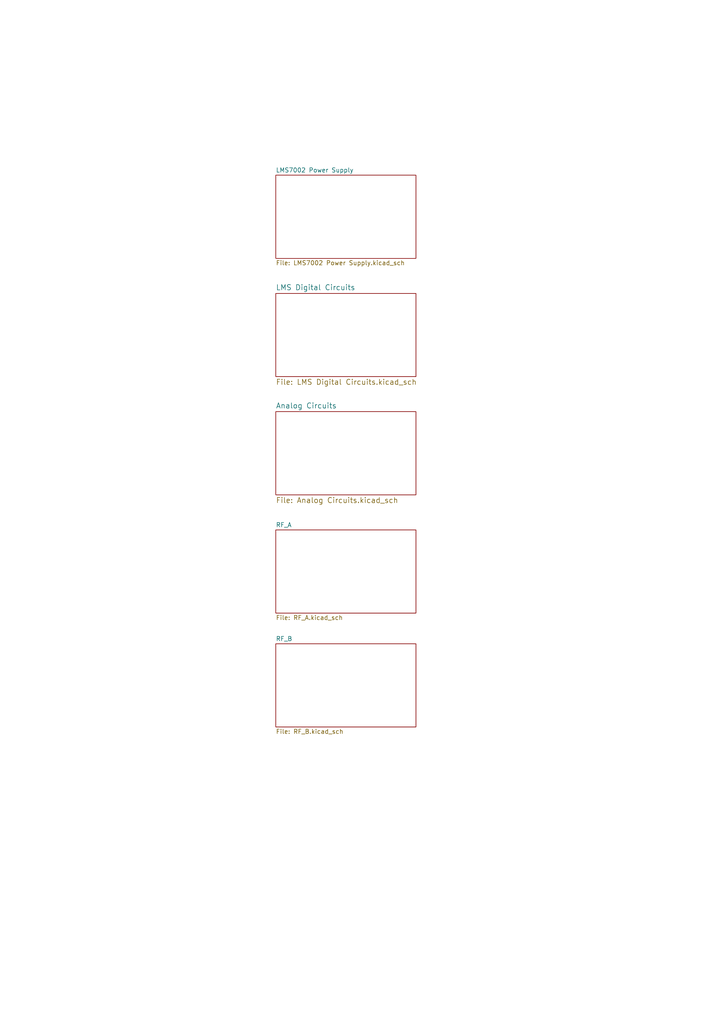
<source format=kicad_sch>
(kicad_sch (version 20211123) (generator eeschema)

  (uuid ecd02494-8fe4-4c63-b393-1186a2747c70)

  (paper "A4" portrait)

  (title_block
    (title "uMyriadRF7002")
    (date "19 nov 2015")
    (rev "v2")
    (comment 1 "WORK IS COVERED UNDER A CREATIVE COMMONS LICENSE (CC BY 3.0)")
  )

  (lib_symbols
  )


  (sheet (at 80.01 85.09) (size 40.64 24.13) (fields_autoplaced)
    (stroke (width 0) (type solid) (color 0 0 0 0))
    (fill (color 0 0 0 0.0000))
    (uuid 00000000-0000-0000-0000-00004fe9c26b)
    (property "Sheet name" "LMS Digital Circuits" (id 0) (at 80.01 84.2514 0)
      (effects (font (size 1.524 1.524)) (justify left bottom))
    )
    (property "Sheet file" "LMS Digital Circuits.kicad_sch" (id 1) (at 80.01 109.9062 0)
      (effects (font (size 1.524 1.524)) (justify left top))
    )
  )

  (sheet (at 80.01 119.38) (size 40.64 24.13) (fields_autoplaced)
    (stroke (width 0) (type solid) (color 0 0 0 0))
    (fill (color 0 0 0 0.0000))
    (uuid 00000000-0000-0000-0000-00004fe9c2e7)
    (property "Sheet name" "Analog Circuits" (id 0) (at 80.01 118.5414 0)
      (effects (font (size 1.524 1.524)) (justify left bottom))
    )
    (property "Sheet file" "Analog Circuits.kicad_sch" (id 1) (at 80.01 144.1962 0)
      (effects (font (size 1.524 1.524)) (justify left top))
    )
  )

  (sheet (at 80.01 153.67) (size 40.64 24.13) (fields_autoplaced)
    (stroke (width 0) (type solid) (color 0 0 0 0))
    (fill (color 0 0 0 0.0000))
    (uuid 00000000-0000-0000-0000-000055846b19)
    (property "Sheet name" "RF_A" (id 0) (at 80.01 152.9584 0)
      (effects (font (size 1.27 1.27)) (justify left bottom))
    )
    (property "Sheet file" "RF_A.kicad_sch" (id 1) (at 80.01 178.3846 0)
      (effects (font (size 1.27 1.27)) (justify left top))
    )
  )

  (sheet (at 80.01 186.69) (size 40.64 24.13) (fields_autoplaced)
    (stroke (width 0) (type solid) (color 0 0 0 0))
    (fill (color 0 0 0 0.0000))
    (uuid 00000000-0000-0000-0000-000055846fb3)
    (property "Sheet name" "RF_B" (id 0) (at 80.01 185.9784 0)
      (effects (font (size 1.27 1.27)) (justify left bottom))
    )
    (property "Sheet file" "RF_B.kicad_sch" (id 1) (at 80.01 211.4046 0)
      (effects (font (size 1.27 1.27)) (justify left top))
    )
  )

  (sheet (at 80.01 50.8) (size 40.64 24.13) (fields_autoplaced)
    (stroke (width 0) (type solid) (color 0 0 0 0))
    (fill (color 0 0 0 0.0000))
    (uuid 00000000-0000-0000-0000-000055847c47)
    (property "Sheet name" "LMS7002 Power Supply" (id 0) (at 80.01 50.0884 0)
      (effects (font (size 1.27 1.27)) (justify left bottom))
    )
    (property "Sheet file" "LMS7002 Power Supply.kicad_sch" (id 1) (at 80.01 75.5146 0)
      (effects (font (size 1.27 1.27)) (justify left top))
    )
  )

  (sheet_instances
    (path "/" (page "1"))
    (path "/00000000-0000-0000-0000-000055847c47" (page "2"))
    (path "/00000000-0000-0000-0000-00004fe9c26b" (page "3"))
    (path "/00000000-0000-0000-0000-00004fe9c2e7" (page "4"))
    (path "/00000000-0000-0000-0000-000055846b19" (page "5"))
    (path "/00000000-0000-0000-0000-000055846fb3" (page "6"))
  )

  (symbol_instances
    (path "/00000000-0000-0000-0000-000055847c47/00000000-0000-0000-0000-000055c8f446"
      (reference "#FLG0177") (unit 1) (value "PWR_FLAG") (footprint "")
    )
    (path "/00000000-0000-0000-0000-000055847c47/00000000-0000-0000-0000-000055c91535"
      (reference "#FLG0178") (unit 1) (value "PWR_FLAG") (footprint "")
    )
    (path "/00000000-0000-0000-0000-000055847c47/00000000-0000-0000-0000-000055c925f5"
      (reference "#FLG0180") (unit 1) (value "PWR_FLAG") (footprint "")
    )
    (path "/00000000-0000-0000-0000-000055847c47/00000000-0000-0000-0000-000055c927ab"
      (reference "#FLG0181") (unit 1) (value "PWR_FLAG") (footprint "")
    )
    (path "/00000000-0000-0000-0000-00004fe9c2e7/00000000-0000-0000-0000-000051027447"
      (reference "#PWR01") (unit 1) (value "GND") (footprint "")
    )
    (path "/00000000-0000-0000-0000-00004fe9c26b/00000000-0000-0000-0000-00005584c7aa"
      (reference "#PWR02") (unit 1) (value "GND") (footprint "")
    )
    (path "/00000000-0000-0000-0000-00004fe9c26b/00000000-0000-0000-0000-00005584c7d4"
      (reference "#PWR03") (unit 1) (value "GND") (footprint "")
    )
    (path "/00000000-0000-0000-0000-00004fe9c26b/00000000-0000-0000-0000-00005584c971"
      (reference "#PWR04") (unit 1) (value "GND") (footprint "")
    )
    (path "/00000000-0000-0000-0000-00004fe9c26b/00000000-0000-0000-0000-00005584c9a7"
      (reference "#PWR05") (unit 1) (value "GND") (footprint "")
    )
    (path "/00000000-0000-0000-0000-00004fe9c26b/00000000-0000-0000-0000-00005584c9ad"
      (reference "#PWR06") (unit 1) (value "GND") (footprint "")
    )
    (path "/00000000-0000-0000-0000-00004fe9c26b/00000000-0000-0000-0000-00005584c9bf"
      (reference "#PWR07") (unit 1) (value "GND") (footprint "")
    )
    (path "/00000000-0000-0000-0000-00004fe9c26b/00000000-0000-0000-0000-00005584c9c5"
      (reference "#PWR08") (unit 1) (value "GND") (footprint "")
    )
    (path "/00000000-0000-0000-0000-00004fe9c26b/00000000-0000-0000-0000-00005584c9cb"
      (reference "#PWR09") (unit 1) (value "GND") (footprint "")
    )
    (path "/00000000-0000-0000-0000-00004fe9c26b/00000000-0000-0000-0000-00005584c9d1"
      (reference "#PWR010") (unit 1) (value "GND") (footprint "")
    )
    (path "/00000000-0000-0000-0000-00004fe9c26b/00000000-0000-0000-0000-00005584c9d7"
      (reference "#PWR011") (unit 1) (value "GND") (footprint "")
    )
    (path "/00000000-0000-0000-0000-00004fe9c26b/00000000-0000-0000-0000-00005584c9e9"
      (reference "#PWR012") (unit 1) (value "GND") (footprint "")
    )
    (path "/00000000-0000-0000-0000-00004fe9c26b/00000000-0000-0000-0000-00005584d79e"
      (reference "#PWR013") (unit 1) (value "GND") (footprint "")
    )
    (path "/00000000-0000-0000-0000-00004fe9c26b/00000000-0000-0000-0000-000055c24303"
      (reference "#PWR014") (unit 1) (value "GND") (footprint "")
    )
    (path "/00000000-0000-0000-0000-00004fe9c26b/00000000-0000-0000-0000-000055c2438d"
      (reference "#PWR015") (unit 1) (value "GND") (footprint "")
    )
    (path "/00000000-0000-0000-0000-00004fe9c26b/00000000-0000-0000-0000-000055c24396"
      (reference "#PWR016") (unit 1) (value "+3.3V") (footprint "")
    )
    (path "/00000000-0000-0000-0000-00004fe9c26b/00000000-0000-0000-0000-000055c244c5"
      (reference "#PWR017") (unit 1) (value "+3.3V") (footprint "")
    )
    (path "/00000000-0000-0000-0000-00004fe9c26b/00000000-0000-0000-0000-000055c245e8"
      (reference "#PWR018") (unit 1) (value "+1.8V") (footprint "")
    )
    (path "/00000000-0000-0000-0000-00004fe9c26b/00000000-0000-0000-0000-000055c24718"
      (reference "#PWR019") (unit 1) (value "+1.8V") (footprint "")
    )
    (path "/00000000-0000-0000-0000-00004fe9c26b/00000000-0000-0000-0000-000055c24849"
      (reference "#PWR020") (unit 1) (value "GND") (footprint "")
    )
    (path "/00000000-0000-0000-0000-00004fe9c26b/00000000-0000-0000-0000-000055c24850"
      (reference "#PWR021") (unit 1) (value "GND") (footprint "")
    )
    (path "/00000000-0000-0000-0000-00004fe9c26b/00000000-0000-0000-0000-000055c24a61"
      (reference "#PWR022") (unit 1) (value "+1.25V") (footprint "")
    )
    (path "/00000000-0000-0000-0000-00004fe9c26b/00000000-0000-0000-0000-000055c24bae"
      (reference "#PWR023") (unit 1) (value "+1.25V") (footprint "")
    )
    (path "/00000000-0000-0000-0000-00004fe9c26b/00000000-0000-0000-0000-000055c3998f"
      (reference "#PWR024") (unit 1) (value "GND") (footprint "")
    )
    (path "/00000000-0000-0000-0000-00004fe9c26b/00000000-0000-0000-0000-000055c39996"
      (reference "#PWR025") (unit 1) (value "GND") (footprint "")
    )
    (path "/00000000-0000-0000-0000-00004fe9c26b/00000000-0000-0000-0000-000055c39ea4"
      (reference "#PWR026") (unit 1) (value "GND") (footprint "")
    )
    (path "/00000000-0000-0000-0000-00004fe9c26b/00000000-0000-0000-0000-000055c39eae"
      (reference "#PWR027") (unit 1) (value "GND") (footprint "")
    )
    (path "/00000000-0000-0000-0000-00004fe9c26b/00000000-0000-0000-0000-000055c3a460"
      (reference "#PWR028") (unit 1) (value "GND") (footprint "")
    )
    (path "/00000000-0000-0000-0000-00004fe9c26b/00000000-0000-0000-0000-000055c3a466"
      (reference "#PWR029") (unit 1) (value "GND") (footprint "")
    )
    (path "/00000000-0000-0000-0000-00004fe9c26b/00000000-0000-0000-0000-000055c3acba"
      (reference "#PWR030") (unit 1) (value "GND") (footprint "")
    )
    (path "/00000000-0000-0000-0000-00004fe9c26b/00000000-0000-0000-0000-000055c3acc1"
      (reference "#PWR031") (unit 1) (value "GND") (footprint "")
    )
    (path "/00000000-0000-0000-0000-00004fe9c26b/00000000-0000-0000-0000-000055c509b5"
      (reference "#PWR032") (unit 1) (value "+3.3V") (footprint "")
    )
    (path "/00000000-0000-0000-0000-00004fe9c26b/00000000-0000-0000-0000-000055c509c5"
      (reference "#PWR033") (unit 1) (value "+3.3V") (footprint "")
    )
    (path "/00000000-0000-0000-0000-00004fe9c26b/00000000-0000-0000-0000-000055c509cb"
      (reference "#PWR034") (unit 1) (value "+3.3V") (footprint "")
    )
    (path "/00000000-0000-0000-0000-00004fe9c26b/00000000-0000-0000-0000-000055c509d1"
      (reference "#PWR035") (unit 1) (value "+3.3V") (footprint "")
    )
    (path "/00000000-0000-0000-0000-00004fe9c26b/00000000-0000-0000-0000-000055c509d7"
      (reference "#PWR036") (unit 1) (value "+3.3V") (footprint "")
    )
    (path "/00000000-0000-0000-0000-00004fe9c26b/00000000-0000-0000-0000-000055c509dd"
      (reference "#PWR037") (unit 1) (value "+3.3V") (footprint "")
    )
    (path "/00000000-0000-0000-0000-00004fe9c26b/00000000-0000-0000-0000-000055c50a06"
      (reference "#PWR038") (unit 1) (value "+3.3V") (footprint "")
    )
    (path "/00000000-0000-0000-0000-00004fe9c26b/00000000-0000-0000-0000-000055c50a0c"
      (reference "#PWR039") (unit 1) (value "+3.3V") (footprint "")
    )
    (path "/00000000-0000-0000-0000-00004fe9c26b/00000000-0000-0000-0000-000055c50a12"
      (reference "#PWR040") (unit 1) (value "+3.3V") (footprint "")
    )
    (path "/00000000-0000-0000-0000-00004fe9c26b/00000000-0000-0000-0000-000055c803f4"
      (reference "#PWR041") (unit 1) (value "GND") (footprint "")
    )
    (path "/00000000-0000-0000-0000-00004fe9c26b/00000000-0000-0000-0000-000055c803fb"
      (reference "#PWR042") (unit 1) (value "GND") (footprint "")
    )
    (path "/00000000-0000-0000-0000-000055846b19/00000000-0000-0000-0000-000051f31a04"
      (reference "#PWR043") (unit 1) (value "GND") (footprint "")
    )
    (path "/00000000-0000-0000-0000-000055846b19/00000000-0000-0000-0000-0000558b155d"
      (reference "#PWR044") (unit 1) (value "GND") (footprint "")
    )
    (path "/00000000-0000-0000-0000-000055846b19/00000000-0000-0000-0000-0000558b1564"
      (reference "#PWR045") (unit 1) (value "+1.8V") (footprint "")
    )
    (path "/00000000-0000-0000-0000-000055846b19/00000000-0000-0000-0000-0000558b157a"
      (reference "#PWR046") (unit 1) (value "GND") (footprint "")
    )
    (path "/00000000-0000-0000-0000-000055846b19/00000000-0000-0000-0000-0000558b1581"
      (reference "#PWR047") (unit 1) (value "GND") (footprint "")
    )
    (path "/00000000-0000-0000-0000-000055846b19/00000000-0000-0000-0000-0000558b15d5"
      (reference "#PWR048") (unit 1) (value "GND") (footprint "")
    )
    (path "/00000000-0000-0000-0000-000055846b19/00000000-0000-0000-0000-0000559e02d9"
      (reference "#PWR049") (unit 1) (value "GND") (footprint "")
    )
    (path "/00000000-0000-0000-0000-000055846b19/00000000-0000-0000-0000-0000559e2eed"
      (reference "#PWR050") (unit 1) (value "GND") (footprint "")
    )
    (path "/00000000-0000-0000-0000-000055846b19/00000000-0000-0000-0000-0000559e2ef5"
      (reference "#PWR051") (unit 1) (value "GND") (footprint "")
    )
    (path "/00000000-0000-0000-0000-000055846b19/00000000-0000-0000-0000-0000559e334e"
      (reference "#PWR052") (unit 1) (value "GND") (footprint "")
    )
    (path "/00000000-0000-0000-0000-000055846b19/00000000-0000-0000-0000-0000559e3354"
      (reference "#PWR053") (unit 1) (value "GND") (footprint "")
    )
    (path "/00000000-0000-0000-0000-000055846b19/00000000-0000-0000-0000-0000559e336c"
      (reference "#PWR054") (unit 1) (value "GND") (footprint "")
    )
    (path "/00000000-0000-0000-0000-000055846b19/00000000-0000-0000-0000-0000559e337f"
      (reference "#PWR055") (unit 1) (value "GND") (footprint "")
    )
    (path "/00000000-0000-0000-0000-000055846b19/00000000-0000-0000-0000-0000559e33d5"
      (reference "#PWR056") (unit 1) (value "GND") (footprint "")
    )
    (path "/00000000-0000-0000-0000-000055846b19/00000000-0000-0000-0000-000055c242ca"
      (reference "#PWR057") (unit 1) (value "GND") (footprint "")
    )
    (path "/00000000-0000-0000-0000-000055846b19/00000000-0000-0000-0000-000055c50a18"
      (reference "#PWR058") (unit 1) (value "+3.3V") (footprint "")
    )
    (path "/00000000-0000-0000-0000-000055846b19/00000000-0000-0000-0000-000055c50a2d"
      (reference "#PWR059") (unit 1) (value "+3.3V") (footprint "")
    )
    (path "/00000000-0000-0000-0000-000055846b19/00000000-0000-0000-0000-0000564ce5b2"
      (reference "#PWR060") (unit 1) (value "GND") (footprint "")
    )
    (path "/00000000-0000-0000-0000-000055846b19/00000000-0000-0000-0000-0000564ce5b8"
      (reference "#PWR061") (unit 1) (value "GND") (footprint "")
    )
    (path "/00000000-0000-0000-0000-000055846b19/00000000-0000-0000-0000-0000564ce5c0"
      (reference "#PWR062") (unit 1) (value "+3.3V") (footprint "")
    )
    (path "/00000000-0000-0000-0000-000055846fb3/00000000-0000-0000-0000-0000532cfe73"
      (reference "#PWR063") (unit 1) (value "GND") (footprint "")
    )
    (path "/00000000-0000-0000-0000-000055846fb3/00000000-0000-0000-0000-0000558b16a0"
      (reference "#PWR064") (unit 1) (value "GND") (footprint "")
    )
    (path "/00000000-0000-0000-0000-000055846fb3/00000000-0000-0000-0000-0000558b16a7"
      (reference "#PWR065") (unit 1) (value "+1.8V") (footprint "")
    )
    (path "/00000000-0000-0000-0000-000055846fb3/00000000-0000-0000-0000-0000558b16bc"
      (reference "#PWR066") (unit 1) (value "GND") (footprint "")
    )
    (path "/00000000-0000-0000-0000-000055846fb3/00000000-0000-0000-0000-0000558b16c3"
      (reference "#PWR067") (unit 1) (value "GND") (footprint "")
    )
    (path "/00000000-0000-0000-0000-000055846fb3/00000000-0000-0000-0000-0000558b1716"
      (reference "#PWR068") (unit 1) (value "GND") (footprint "")
    )
    (path "/00000000-0000-0000-0000-000055846fb3/00000000-0000-0000-0000-0000559e0320"
      (reference "#PWR069") (unit 1) (value "GND") (footprint "")
    )
    (path "/00000000-0000-0000-0000-000055846fb3/00000000-0000-0000-0000-0000559e071d"
      (reference "#PWR070") (unit 1) (value "GND") (footprint "")
    )
    (path "/00000000-0000-0000-0000-000055846fb3/00000000-0000-0000-0000-0000559e0725"
      (reference "#PWR071") (unit 1) (value "GND") (footprint "")
    )
    (path "/00000000-0000-0000-0000-000055846fb3/00000000-0000-0000-0000-0000559e14dd"
      (reference "#PWR072") (unit 1) (value "GND") (footprint "")
    )
    (path "/00000000-0000-0000-0000-000055846fb3/00000000-0000-0000-0000-0000559e14e3"
      (reference "#PWR073") (unit 1) (value "GND") (footprint "")
    )
    (path "/00000000-0000-0000-0000-000055846fb3/00000000-0000-0000-0000-0000559e14fb"
      (reference "#PWR074") (unit 1) (value "GND") (footprint "")
    )
    (path "/00000000-0000-0000-0000-000055846fb3/00000000-0000-0000-0000-0000559e150f"
      (reference "#PWR075") (unit 1) (value "GND") (footprint "")
    )
    (path "/00000000-0000-0000-0000-000055846fb3/00000000-0000-0000-0000-0000559e181e"
      (reference "#PWR076") (unit 1) (value "GND") (footprint "")
    )
    (path "/00000000-0000-0000-0000-000055846fb3/00000000-0000-0000-0000-000055a45629"
      (reference "#PWR077") (unit 1) (value "GND") (footprint "")
    )
    (path "/00000000-0000-0000-0000-000055846fb3/00000000-0000-0000-0000-000055c50a42"
      (reference "#PWR078") (unit 1) (value "+3.3V") (footprint "")
    )
    (path "/00000000-0000-0000-0000-000055846fb3/00000000-0000-0000-0000-000055c6afe7"
      (reference "#PWR079") (unit 1) (value "GND") (footprint "")
    )
    (path "/00000000-0000-0000-0000-000055846fb3/00000000-0000-0000-0000-0000564ce7f4"
      (reference "#PWR080") (unit 1) (value "GND") (footprint "")
    )
    (path "/00000000-0000-0000-0000-000055846fb3/00000000-0000-0000-0000-0000564ce7fa"
      (reference "#PWR081") (unit 1) (value "GND") (footprint "")
    )
    (path "/00000000-0000-0000-0000-000055846fb3/00000000-0000-0000-0000-0000564ce802"
      (reference "#PWR082") (unit 1) (value "+3.3V") (footprint "")
    )
    (path "/00000000-0000-0000-0000-000055847c47/00000000-0000-0000-0000-000052142c82"
      (reference "#PWR083") (unit 1) (value "GND") (footprint "")
    )
    (path "/00000000-0000-0000-0000-000055847c47/00000000-0000-0000-0000-000052143d50"
      (reference "#PWR084") (unit 1) (value "GND") (footprint "")
    )
    (path "/00000000-0000-0000-0000-000055847c47/00000000-0000-0000-0000-0000558b1766"
      (reference "#PWR085") (unit 1) (value "GND") (footprint "")
    )
    (path "/00000000-0000-0000-0000-000055847c47/00000000-0000-0000-0000-0000558b176c"
      (reference "#PWR086") (unit 1) (value "GND") (footprint "")
    )
    (path "/00000000-0000-0000-0000-000055847c47/00000000-0000-0000-0000-0000558b1772"
      (reference "#PWR087") (unit 1) (value "+1.8V") (footprint "")
    )
    (path "/00000000-0000-0000-0000-000055847c47/00000000-0000-0000-0000-0000558b1778"
      (reference "#PWR088") (unit 1) (value "GND") (footprint "")
    )
    (path "/00000000-0000-0000-0000-000055847c47/00000000-0000-0000-0000-0000558b177e"
      (reference "#PWR089") (unit 1) (value "GND") (footprint "")
    )
    (path "/00000000-0000-0000-0000-000055847c47/00000000-0000-0000-0000-0000558b1784"
      (reference "#PWR090") (unit 1) (value "+1.8V") (footprint "")
    )
    (path "/00000000-0000-0000-0000-000055847c47/00000000-0000-0000-0000-0000558b178a"
      (reference "#PWR091") (unit 1) (value "GND") (footprint "")
    )
    (path "/00000000-0000-0000-0000-000055847c47/00000000-0000-0000-0000-0000558b1790"
      (reference "#PWR092") (unit 1) (value "+1.8V") (footprint "")
    )
    (path "/00000000-0000-0000-0000-000055847c47/00000000-0000-0000-0000-0000558b1802"
      (reference "#PWR093") (unit 1) (value "GND") (footprint "")
    )
    (path "/00000000-0000-0000-0000-000055847c47/00000000-0000-0000-0000-0000558b1808"
      (reference "#PWR094") (unit 1) (value "+1.25V") (footprint "")
    )
    (path "/00000000-0000-0000-0000-000055847c47/00000000-0000-0000-0000-0000558b1826"
      (reference "#PWR095") (unit 1) (value "+1.25V") (footprint "")
    )
    (path "/00000000-0000-0000-0000-000055847c47/00000000-0000-0000-0000-0000558b182c"
      (reference "#PWR096") (unit 1) (value "GND") (footprint "")
    )
    (path "/00000000-0000-0000-0000-000055847c47/00000000-0000-0000-0000-0000558b1832"
      (reference "#PWR097") (unit 1) (value "+1.25V") (footprint "")
    )
    (path "/00000000-0000-0000-0000-000055847c47/00000000-0000-0000-0000-0000558b1850"
      (reference "#PWR098") (unit 1) (value "+1.25V") (footprint "")
    )
    (path "/00000000-0000-0000-0000-000055847c47/00000000-0000-0000-0000-0000558b1856"
      (reference "#PWR099") (unit 1) (value "GND") (footprint "")
    )
    (path "/00000000-0000-0000-0000-000055847c47/00000000-0000-0000-0000-0000558b185c"
      (reference "#PWR0100") (unit 1) (value "+1.25V") (footprint "")
    )
    (path "/00000000-0000-0000-0000-000055847c47/00000000-0000-0000-0000-0000558b1892"
      (reference "#PWR0101") (unit 1) (value "+1.25V") (footprint "")
    )
    (path "/00000000-0000-0000-0000-000055847c47/00000000-0000-0000-0000-0000558b1898"
      (reference "#PWR0102") (unit 1) (value "+1.8V") (footprint "")
    )
    (path "/00000000-0000-0000-0000-000055847c47/00000000-0000-0000-0000-0000558b18e1"
      (reference "#PWR0103") (unit 1) (value "+1.25V") (footprint "")
    )
    (path "/00000000-0000-0000-0000-000055847c47/00000000-0000-0000-0000-0000558b18e7"
      (reference "#PWR0104") (unit 1) (value "+1.4V") (footprint "")
    )
    (path "/00000000-0000-0000-0000-000055847c47/00000000-0000-0000-0000-0000558b18ee"
      (reference "#PWR0105") (unit 1) (value "+1.25V") (footprint "")
    )
    (path "/00000000-0000-0000-0000-000055847c47/00000000-0000-0000-0000-0000558b1915"
      (reference "#PWR0106") (unit 1) (value "GND") (footprint "")
    )
    (path "/00000000-0000-0000-0000-000055847c47/00000000-0000-0000-0000-0000558b191c"
      (reference "#PWR0107") (unit 1) (value "GND") (footprint "")
    )
    (path "/00000000-0000-0000-0000-000055847c47/00000000-0000-0000-0000-0000558b1922"
      (reference "#PWR0108") (unit 1) (value "GND") (footprint "")
    )
    (path "/00000000-0000-0000-0000-000055847c47/00000000-0000-0000-0000-0000558b1929"
      (reference "#PWR0109") (unit 1) (value "GND") (footprint "")
    )
    (path "/00000000-0000-0000-0000-000055847c47/00000000-0000-0000-0000-0000558b192f"
      (reference "#PWR0110") (unit 1) (value "GND") (footprint "")
    )
    (path "/00000000-0000-0000-0000-000055847c47/00000000-0000-0000-0000-0000558b1995"
      (reference "#PWR0111") (unit 1) (value "GND") (footprint "")
    )
    (path "/00000000-0000-0000-0000-000055847c47/00000000-0000-0000-0000-0000558b199c"
      (reference "#PWR0112") (unit 1) (value "GND") (footprint "")
    )
    (path "/00000000-0000-0000-0000-000055847c47/00000000-0000-0000-0000-0000558b19a2"
      (reference "#PWR0113") (unit 1) (value "GND") (footprint "")
    )
    (path "/00000000-0000-0000-0000-000055847c47/00000000-0000-0000-0000-0000558b19cd"
      (reference "#PWR0114") (unit 1) (value "GND") (footprint "")
    )
    (path "/00000000-0000-0000-0000-000055847c47/00000000-0000-0000-0000-0000558b19d4"
      (reference "#PWR0115") (unit 1) (value "GND") (footprint "")
    )
    (path "/00000000-0000-0000-0000-000055847c47/00000000-0000-0000-0000-0000558b19da"
      (reference "#PWR0116") (unit 1) (value "GND") (footprint "")
    )
    (path "/00000000-0000-0000-0000-000055847c47/00000000-0000-0000-0000-0000558b1a0c"
      (reference "#PWR0117") (unit 1) (value "GND") (footprint "")
    )
    (path "/00000000-0000-0000-0000-000055847c47/00000000-0000-0000-0000-0000558b1a13"
      (reference "#PWR0118") (unit 1) (value "GND") (footprint "")
    )
    (path "/00000000-0000-0000-0000-000055847c47/00000000-0000-0000-0000-0000558b1a19"
      (reference "#PWR0119") (unit 1) (value "GND") (footprint "")
    )
    (path "/00000000-0000-0000-0000-000055847c47/00000000-0000-0000-0000-0000558b1a5a"
      (reference "#PWR0120") (unit 1) (value "GND") (footprint "")
    )
    (path "/00000000-0000-0000-0000-000055847c47/00000000-0000-0000-0000-0000558b1a60"
      (reference "#PWR0121") (unit 1) (value "GND") (footprint "")
    )
    (path "/00000000-0000-0000-0000-000055847c47/00000000-0000-0000-0000-0000558b1a66"
      (reference "#PWR0122") (unit 1) (value "+1.4V") (footprint "")
    )
    (path "/00000000-0000-0000-0000-000055847c47/00000000-0000-0000-0000-0000558b1a6c"
      (reference "#PWR0123") (unit 1) (value "GND") (footprint "")
    )
    (path "/00000000-0000-0000-0000-000055847c47/00000000-0000-0000-0000-0000558b1a72"
      (reference "#PWR0124") (unit 1) (value "+1.8V") (footprint "")
    )
    (path "/00000000-0000-0000-0000-000055847c47/00000000-0000-0000-0000-0000558b1a78"
      (reference "#PWR0125") (unit 1) (value "GND") (footprint "")
    )
    (path "/00000000-0000-0000-0000-000055847c47/00000000-0000-0000-0000-0000558b1a7e"
      (reference "#PWR0126") (unit 1) (value "GND") (footprint "")
    )
    (path "/00000000-0000-0000-0000-000055847c47/00000000-0000-0000-0000-0000558b1a84"
      (reference "#PWR0127") (unit 1) (value "+1.4V") (footprint "")
    )
    (path "/00000000-0000-0000-0000-000055847c47/00000000-0000-0000-0000-0000558b1a8a"
      (reference "#PWR0128") (unit 1) (value "GND") (footprint "")
    )
    (path "/00000000-0000-0000-0000-000055847c47/00000000-0000-0000-0000-0000558b1a90"
      (reference "#PWR0129") (unit 1) (value "+1.8V") (footprint "")
    )
    (path "/00000000-0000-0000-0000-000055847c47/00000000-0000-0000-0000-0000558b1a96"
      (reference "#PWR0130") (unit 1) (value "GND") (footprint "")
    )
    (path "/00000000-0000-0000-0000-000055847c47/00000000-0000-0000-0000-0000558b1a9c"
      (reference "#PWR0131") (unit 1) (value "GND") (footprint "")
    )
    (path "/00000000-0000-0000-0000-000055847c47/00000000-0000-0000-0000-0000558b1aa2"
      (reference "#PWR0132") (unit 1) (value "GND") (footprint "")
    )
    (path "/00000000-0000-0000-0000-000055847c47/00000000-0000-0000-0000-0000558b1aa8"
      (reference "#PWR0133") (unit 1) (value "+1.8V") (footprint "")
    )
    (path "/00000000-0000-0000-0000-000055847c47/00000000-0000-0000-0000-0000558b1aae"
      (reference "#PWR0134") (unit 1) (value "+1.25V") (footprint "")
    )
    (path "/00000000-0000-0000-0000-000055847c47/00000000-0000-0000-0000-0000558b1ab4"
      (reference "#PWR0135") (unit 1) (value "+1.25V") (footprint "")
    )
    (path "/00000000-0000-0000-0000-000055847c47/00000000-0000-0000-0000-0000558b1aba"
      (reference "#PWR0136") (unit 1) (value "+1.25V") (footprint "")
    )
    (path "/00000000-0000-0000-0000-000055847c47/00000000-0000-0000-0000-0000558b1b98"
      (reference "#PWR0137") (unit 1) (value "+1.25V") (footprint "")
    )
    (path "/00000000-0000-0000-0000-000055847c47/00000000-0000-0000-0000-0000558b1b9e"
      (reference "#PWR0138") (unit 1) (value "+1.25V") (footprint "")
    )
    (path "/00000000-0000-0000-0000-000055847c47/00000000-0000-0000-0000-0000558b1bbc"
      (reference "#PWR0139") (unit 1) (value "GND") (footprint "")
    )
    (path "/00000000-0000-0000-0000-000055847c47/00000000-0000-0000-0000-0000558b1bc2"
      (reference "#PWR0140") (unit 1) (value "+1.25V") (footprint "")
    )
    (path "/00000000-0000-0000-0000-000055847c47/00000000-0000-0000-0000-0000558b1bc8"
      (reference "#PWR0141") (unit 1) (value "GND") (footprint "")
    )
    (path "/00000000-0000-0000-0000-000055847c47/00000000-0000-0000-0000-0000558b1bce"
      (reference "#PWR0142") (unit 1) (value "+1.4V") (footprint "")
    )
    (path "/00000000-0000-0000-0000-000055847c47/00000000-0000-0000-0000-0000558b1bec"
      (reference "#PWR0143") (unit 1) (value "GND") (footprint "")
    )
    (path "/00000000-0000-0000-0000-000055847c47/00000000-0000-0000-0000-0000558b1bf2"
      (reference "#PWR0144") (unit 1) (value "+1.25V") (footprint "")
    )
    (path "/00000000-0000-0000-0000-000055847c47/00000000-0000-0000-0000-0000558b1c1c"
      (reference "#PWR0145") (unit 1) (value "+1.25V") (footprint "")
    )
    (path "/00000000-0000-0000-0000-000055847c47/00000000-0000-0000-0000-0000558b1c22"
      (reference "#PWR0146") (unit 1) (value "GND") (footprint "")
    )
    (path "/00000000-0000-0000-0000-000055847c47/00000000-0000-0000-0000-0000558b1c61"
      (reference "#PWR0147") (unit 1) (value "GND") (footprint "")
    )
    (path "/00000000-0000-0000-0000-000055847c47/00000000-0000-0000-0000-0000558b1c67"
      (reference "#PWR0148") (unit 1) (value "GND") (footprint "")
    )
    (path "/00000000-0000-0000-0000-000055847c47/00000000-0000-0000-0000-0000558b1c6e"
      (reference "#PWR0149") (unit 1) (value "GND") (footprint "")
    )
    (path "/00000000-0000-0000-0000-000055847c47/00000000-0000-0000-0000-0000558b1c74"
      (reference "#PWR0150") (unit 1) (value "GND") (footprint "")
    )
    (path "/00000000-0000-0000-0000-000055847c47/00000000-0000-0000-0000-0000558b1c7b"
      (reference "#PWR0151") (unit 1) (value "+1.4V") (footprint "")
    )
    (path "/00000000-0000-0000-0000-000055847c47/00000000-0000-0000-0000-0000558b1c81"
      (reference "#PWR0152") (unit 1) (value "+1.25V") (footprint "")
    )
    (path "/00000000-0000-0000-0000-000055847c47/00000000-0000-0000-0000-0000558b1d07"
      (reference "#PWR0153") (unit 1) (value "GND") (footprint "")
    )
    (path "/00000000-0000-0000-0000-000055847c47/00000000-0000-0000-0000-0000558b1d0e"
      (reference "#PWR0154") (unit 1) (value "GND") (footprint "")
    )
    (path "/00000000-0000-0000-0000-000055847c47/00000000-0000-0000-0000-0000558b1d14"
      (reference "#PWR0155") (unit 1) (value "GND") (footprint "")
    )
    (path "/00000000-0000-0000-0000-000055847c47/00000000-0000-0000-0000-0000558b1d46"
      (reference "#PWR0156") (unit 1) (value "GND") (footprint "")
    )
    (path "/00000000-0000-0000-0000-000055847c47/00000000-0000-0000-0000-0000558b1d4d"
      (reference "#PWR0157") (unit 1) (value "GND") (footprint "")
    )
    (path "/00000000-0000-0000-0000-000055847c47/00000000-0000-0000-0000-0000558b1d53"
      (reference "#PWR0158") (unit 1) (value "GND") (footprint "")
    )
    (path "/00000000-0000-0000-0000-000055847c47/00000000-0000-0000-0000-0000558b1d82"
      (reference "#PWR0159") (unit 1) (value "GND") (footprint "")
    )
    (path "/00000000-0000-0000-0000-000055847c47/00000000-0000-0000-0000-0000558b1d89"
      (reference "#PWR0160") (unit 1) (value "GND") (footprint "")
    )
    (path "/00000000-0000-0000-0000-000055847c47/00000000-0000-0000-0000-0000558b1d8f"
      (reference "#PWR0161") (unit 1) (value "GND") (footprint "")
    )
    (path "/00000000-0000-0000-0000-000055847c47/00000000-0000-0000-0000-0000558c866b"
      (reference "#PWR0162") (unit 1) (value "GND") (footprint "")
    )
    (path "/00000000-0000-0000-0000-000055847c47/00000000-0000-0000-0000-0000558c8671"
      (reference "#PWR0163") (unit 1) (value "GND") (footprint "")
    )
    (path "/00000000-0000-0000-0000-000055847c47/00000000-0000-0000-0000-0000558ca446"
      (reference "#PWR0164") (unit 1) (value "GND") (footprint "")
    )
    (path "/00000000-0000-0000-0000-000055847c47/00000000-0000-0000-0000-0000558ca44c"
      (reference "#PWR0165") (unit 1) (value "GND") (footprint "")
    )
    (path "/00000000-0000-0000-0000-000055847c47/00000000-0000-0000-0000-0000558cb358"
      (reference "#PWR0166") (unit 1) (value "GND") (footprint "")
    )
    (path "/00000000-0000-0000-0000-000055847c47/00000000-0000-0000-0000-0000558cb931"
      (reference "#PWR0167") (unit 1) (value "GND") (footprint "")
    )
    (path "/00000000-0000-0000-0000-000055847c47/00000000-0000-0000-0000-0000558cb937"
      (reference "#PWR0168") (unit 1) (value "+1.25V") (footprint "")
    )
    (path "/00000000-0000-0000-0000-000055847c47/00000000-0000-0000-0000-0000558d2e22"
      (reference "#PWR0169") (unit 1) (value "GND") (footprint "")
    )
    (path "/00000000-0000-0000-0000-000055847c47/00000000-0000-0000-0000-0000558d2e28"
      (reference "#PWR0170") (unit 1) (value "+1.25V") (footprint "")
    )
    (path "/00000000-0000-0000-0000-000055847c47/00000000-0000-0000-0000-0000558dcc57"
      (reference "#PWR0171") (unit 1) (value "GND") (footprint "")
    )
    (path "/00000000-0000-0000-0000-000055847c47/00000000-0000-0000-0000-0000558dd20c"
      (reference "#PWR0172") (unit 1) (value "GND") (footprint "")
    )
    (path "/00000000-0000-0000-0000-000055847c47/00000000-0000-0000-0000-0000558df36d"
      (reference "#PWR0173") (unit 1) (value "GND") (footprint "")
    )
    (path "/00000000-0000-0000-0000-000055847c47/00000000-0000-0000-0000-000055c50a57"
      (reference "#PWR0174") (unit 1) (value "+3.3V") (footprint "")
    )
    (path "/00000000-0000-0000-0000-000055847c47/00000000-0000-0000-0000-000055c66f0e"
      (reference "#PWR0175") (unit 1) (value "+1.4V") (footprint "")
    )
    (path "/00000000-0000-0000-0000-000055847c47/00000000-0000-0000-0000-000055c8e9b8"
      (reference "#PWR0176") (unit 1) (value "GND") (footprint "")
    )
    (path "/00000000-0000-0000-0000-000055847c47/00000000-0000-0000-0000-000055c90d3c"
      (reference "#PWR0179") (unit 1) (value "+3.3V") (footprint "")
    )
    (path "/00000000-0000-0000-0000-000055847c47/00000000-0000-0000-0000-0000564d0151"
      (reference "#PWR0182") (unit 1) (value "GND") (footprint "")
    )
    (path "/00000000-0000-0000-0000-000055847c47/00000000-0000-0000-0000-0000564d0158"
      (reference "#PWR0183") (unit 1) (value "+3.3V") (footprint "")
    )
    (path "/00000000-0000-0000-0000-000055847c47/00000000-0000-0000-0000-0000564d0674"
      (reference "#PWR0184") (unit 1) (value "GND") (footprint "")
    )
    (path "/00000000-0000-0000-0000-000055847c47/00000000-0000-0000-0000-0000564d067b"
      (reference "#PWR0185") (unit 1) (value "GND") (footprint "")
    )
    (path "/00000000-0000-0000-0000-000055846b19/00000000-0000-0000-0000-0000558b1550"
      (reference "C1") (unit 1) (value "100NF_0402") (footprint "SMD0402")
    )
    (path "/00000000-0000-0000-0000-000055846b19/00000000-0000-0000-0000-0000558b1544"
      (reference "C2") (unit 1) (value "100NF_0402") (footprint "SMD0402")
    )
    (path "/00000000-0000-0000-0000-000055846b19/00000000-0000-0000-0000-0000558b1513"
      (reference "C3") (unit 1) (value "1PF_0402") (footprint "SMD0402")
    )
    (path "/00000000-0000-0000-0000-000055847c47/00000000-0000-0000-0000-0000564cff76"
      (reference "C4") (unit 1) (value "1UF_0402") (footprint "SMD0402")
    )
    (path "/00000000-0000-0000-0000-000055846b19/00000000-0000-0000-0000-0000558b152c"
      (reference "C6") (unit 1) (value "0.5PF_0402_NF") (footprint "SMD0402")
    )
    (path "/00000000-0000-0000-0000-000055846b19/00000000-0000-0000-0000-0000558b151f"
      (reference "C7") (unit 1) (value "1PF_0402") (footprint "SMD0402")
    )
    (path "/00000000-0000-0000-0000-000055847c47/00000000-0000-0000-0000-0000564d066e"
      (reference "C8") (unit 1) (value "1UF_0402") (footprint "SMD0402")
    )
    (path "/00000000-0000-0000-0000-000055846b19/00000000-0000-0000-0000-000055cba5d7"
      (reference "C9") (unit 1) (value "4.7PF_0402") (footprint "SMD0402")
    )
    (path "/00000000-0000-0000-0000-000055846b19/00000000-0000-0000-0000-000055cba5e3"
      (reference "C10") (unit 1) (value "4.7PF_0402") (footprint "SMD0402")
    )
    (path "/00000000-0000-0000-0000-000055846fb3/00000000-0000-0000-0000-000055cb959d"
      (reference "C11") (unit 1) (value "4.7PF_0402") (footprint "SMD0402")
    )
    (path "/00000000-0000-0000-0000-000055846fb3/00000000-0000-0000-0000-000055cb9624"
      (reference "C12") (unit 1) (value "4.7PF_0402") (footprint "SMD0402")
    )
    (path "/00000000-0000-0000-0000-00004fe9c26b/00000000-0000-0000-0000-00005584c9f5"
      (reference "C13") (unit 1) (value "1UF_0402") (footprint "SMD0402")
    )
    (path "/00000000-0000-0000-0000-00004fe9c26b/00000000-0000-0000-0000-00005584c995"
      (reference "C14") (unit 1) (value "1UF_0402") (footprint "SMD0402")
    )
    (path "/00000000-0000-0000-0000-00004fe9c26b/00000000-0000-0000-0000-00005584c9e3"
      (reference "C15") (unit 1) (value "1UF_0402") (footprint "SMD0402")
    )
    (path "/00000000-0000-0000-0000-000055846b19/00000000-0000-0000-0000-0000564ce5ac"
      (reference "C16") (unit 1) (value "100NF_0402") (footprint "SMD0402")
    )
    (path "/00000000-0000-0000-0000-000055846b19/00000000-0000-0000-0000-0000564ce5a0"
      (reference "C17") (unit 1) (value "22PF_0402") (footprint "SMD0402")
    )
    (path "/00000000-0000-0000-0000-000055846fb3/00000000-0000-0000-0000-0000564ce7ee"
      (reference "C18") (unit 1) (value "100NF_0402") (footprint "SMD0402")
    )
    (path "/00000000-0000-0000-0000-000055846fb3/00000000-0000-0000-0000-0000564ce7e2"
      (reference "C19") (unit 1) (value "22PF_0402") (footprint "SMD0402")
    )
    (path "/00000000-0000-0000-0000-00004fe9c26b/00000000-0000-0000-0000-00005584c7e0"
      (reference "C22") (unit 1) (value "10PF_0402") (footprint "SMD0402")
    )
    (path "/00000000-0000-0000-0000-000055846b19/00000000-0000-0000-0000-0000558b1507"
      (reference "C32") (unit 1) (value "1PF_0402") (footprint "SMD0402")
    )
    (path "/00000000-0000-0000-0000-000055846b19/00000000-0000-0000-0000-0000558b1538"
      (reference "C33") (unit 1) (value "100PF_0402") (footprint "SMD0402")
    )
    (path "/00000000-0000-0000-0000-000055847c47/00000000-0000-0000-0000-0000558c867e"
      (reference "C35") (unit 1) (value "1UF_0201") (footprint "SM0201")
    )
    (path "/00000000-0000-0000-0000-000055846fb3/00000000-0000-0000-0000-0000558b1693"
      (reference "C38") (unit 1) (value "100NF_0402") (footprint "SMD0402")
    )
    (path "/00000000-0000-0000-0000-000055846fb3/00000000-0000-0000-0000-0000558b1687"
      (reference "C39") (unit 1) (value "100NF_0402") (footprint "SMD0402")
    )
    (path "/00000000-0000-0000-0000-000055846fb3/00000000-0000-0000-0000-0000558b1656"
      (reference "C40") (unit 1) (value "1PF_0402") (footprint "SMD0402")
    )
    (path "/00000000-0000-0000-0000-000055846fb3/00000000-0000-0000-0000-0000558b166f"
      (reference "C41") (unit 1) (value "0.5PF_0402_NF") (footprint "SMD0402")
    )
    (path "/00000000-0000-0000-0000-000055846fb3/00000000-0000-0000-0000-0000558b1662"
      (reference "C42") (unit 1) (value "1PF_0402") (footprint "SMD0402")
    )
    (path "/00000000-0000-0000-0000-000055846fb3/00000000-0000-0000-0000-0000558b164a"
      (reference "C43") (unit 1) (value "1PF_0402") (footprint "SMD0402")
    )
    (path "/00000000-0000-0000-0000-000055846fb3/00000000-0000-0000-0000-0000558b167b"
      (reference "C45") (unit 1) (value "100PF_0402") (footprint "SMD0402")
    )
    (path "/00000000-0000-0000-0000-000055847c47/00000000-0000-0000-0000-0000558ca459"
      (reference "C47") (unit 1) (value "1UF_0201") (footprint "SM0201")
    )
    (path "/00000000-0000-0000-0000-000055847c47/00000000-0000-0000-0000-0000558b1948"
      (reference "C50") (unit 1) (value "1UF_0201") (footprint "SM0201")
    )
    (path "/00000000-0000-0000-0000-000055847c47/00000000-0000-0000-0000-0000558b1960"
      (reference "C51") (unit 1) (value "1UF_0201") (footprint "SM0201")
    )
    (path "/00000000-0000-0000-0000-000055847c47/00000000-0000-0000-0000-0000558b1954"
      (reference "C52") (unit 1) (value "1UF_0201") (footprint "SM0201")
    )
    (path "/00000000-0000-0000-0000-000055847c47/00000000-0000-0000-0000-0000558b1cc1"
      (reference "C53") (unit 1) (value "1UF_0201") (footprint "SM0201")
    )
    (path "/00000000-0000-0000-0000-000055847c47/00000000-0000-0000-0000-0000558b1ccd"
      (reference "C54") (unit 1) (value "1UF_0201") (footprint "SM0201")
    )
    (path "/00000000-0000-0000-0000-000055847c47/00000000-0000-0000-0000-0000558b1cd9"
      (reference "C55") (unit 1) (value "1UF_0201") (footprint "SM0201")
    )
    (path "/00000000-0000-0000-0000-000055847c47/00000000-0000-0000-0000-0000558b17fc"
      (reference "C56") (unit 1) (value "1UF_0201") (footprint "SM0201")
    )
    (path "/00000000-0000-0000-0000-000055847c47/00000000-0000-0000-0000-0000558b184a"
      (reference "C57") (unit 1) (value "1UF_0201") (footprint "SM0201")
    )
    (path "/00000000-0000-0000-0000-000055847c47/00000000-0000-0000-0000-0000558b1ac6"
      (reference "C58") (unit 1) (value "1UF_0201") (footprint "SM0201")
    )
    (path "/00000000-0000-0000-0000-000055847c47/00000000-0000-0000-0000-0000558b1b3e"
      (reference "C59") (unit 1) (value "1UF_0201") (footprint "SM0201")
    )
    (path "/00000000-0000-0000-0000-000055847c47/00000000-0000-0000-0000-0000558b1a06"
      (reference "C60") (unit 1) (value "1UF_0201") (footprint "SM0201")
    )
    (path "/00000000-0000-0000-0000-000055847c47/00000000-0000-0000-0000-0000558b19fa"
      (reference "C61") (unit 1) (value "1UF_0201") (footprint "SM0201")
    )
    (path "/00000000-0000-0000-0000-000055847c47/00000000-0000-0000-0000-0000558b1d34"
      (reference "C62") (unit 1) (value "1UF_0201") (footprint "SM0201")
    )
    (path "/00000000-0000-0000-0000-000055847c47/00000000-0000-0000-0000-0000558b1d40"
      (reference "C63") (unit 1) (value "1UF_0201") (footprint "SM0201")
    )
    (path "/00000000-0000-0000-0000-000055847c47/00000000-0000-0000-0000-0000558b1b4a"
      (reference "C65") (unit 1) (value "1UF_0201") (footprint "SM0201")
    )
    (path "/00000000-0000-0000-0000-000055847c47/00000000-0000-0000-0000-0000558b19c7"
      (reference "C66") (unit 1) (value "1UF_0201") (footprint "SM0201")
    )
    (path "/00000000-0000-0000-0000-000055847c47/00000000-0000-0000-0000-0000558b19bb"
      (reference "C67") (unit 1) (value "1UF_0201") (footprint "SM0201")
    )
    (path "/00000000-0000-0000-0000-000055847c47/00000000-0000-0000-0000-0000558b1d70"
      (reference "C68") (unit 1) (value "1UF_0201") (footprint "SM0201")
    )
    (path "/00000000-0000-0000-0000-000055847c47/00000000-0000-0000-0000-0000558b1d7c"
      (reference "C69") (unit 1) (value "1UF_0201") (footprint "SM0201")
    )
    (path "/00000000-0000-0000-0000-000055847c47/00000000-0000-0000-0000-0000558b1b56"
      (reference "C111") (unit 1) (value "1UF_0201") (footprint "SM0201")
    )
    (path "/00000000-0000-0000-0000-000055847c47/00000000-0000-0000-0000-0000558b17f0"
      (reference "C145") (unit 1) (value "1UF_0201") (footprint "SM0201")
    )
    (path "/00000000-0000-0000-0000-000055847c47/00000000-0000-0000-0000-0000558b1b62"
      (reference "C154") (unit 1) (value "1UF_0201") (footprint "SM0201")
    )
    (path "/00000000-0000-0000-0000-000055847c47/00000000-0000-0000-0000-0000558b1ce5"
      (reference "C167") (unit 1) (value "1UF_0201") (footprint "SM0201")
    )
    (path "/00000000-0000-0000-0000-000055847c47/00000000-0000-0000-0000-0000558b1cf1"
      (reference "C173") (unit 1) (value "1UF_0201") (footprint "SM0201")
    )
    (path "/00000000-0000-0000-0000-000055847c47/00000000-0000-0000-0000-0000558b198f"
      (reference "C175") (unit 1) (value "1UF_0201") (footprint "SM0201")
    )
    (path "/00000000-0000-0000-0000-000055847c47/00000000-0000-0000-0000-0000558b1983"
      (reference "C195") (unit 1) (value "1UF_0201") (footprint "SM0201")
    )
    (path "/00000000-0000-0000-0000-000055847c47/00000000-0000-0000-0000-0000558b1bb6"
      (reference "C197") (unit 1) (value "1UF_0201") (footprint "SM0201")
    )
    (path "/00000000-0000-0000-0000-000055847c47/00000000-0000-0000-0000-0000558b17e4"
      (reference "C204") (unit 1) (value "1UF_0201") (footprint "SM0201")
    )
    (path "/00000000-0000-0000-0000-000055847c47/00000000-0000-0000-0000-0000558b1b6e"
      (reference "C205") (unit 1) (value "1UF_0201") (footprint "SM0201")
    )
    (path "/00000000-0000-0000-0000-000055847c47/00000000-0000-0000-0000-0000558b1c0a"
      (reference "C206") (unit 1) (value "1UF_0201") (footprint "SM0201")
    )
    (path "/00000000-0000-0000-0000-000055847c47/00000000-0000-0000-0000-0000558b1820"
      (reference "C207") (unit 1) (value "1UF_0201") (footprint "SM0201")
    )
    (path "/00000000-0000-0000-0000-000055847c47/00000000-0000-0000-0000-0000558b1b7a"
      (reference "C208") (unit 1) (value "1UF_0201") (footprint "SM0201")
    )
    (path "/00000000-0000-0000-0000-000055847c47/00000000-0000-0000-0000-0000558b17d8"
      (reference "C209") (unit 1) (value "1UF_0201") (footprint "SM0201")
    )
    (path "/00000000-0000-0000-0000-000055847c47/00000000-0000-0000-0000-0000558b1b92"
      (reference "C210") (unit 1) (value "1UF_0201") (footprint "SM0201")
    )
    (path "/00000000-0000-0000-0000-000055847c47/00000000-0000-0000-0000-0000558b1b86"
      (reference "C211") (unit 1) (value "1UF_0201") (footprint "SM0201")
    )
    (path "/00000000-0000-0000-0000-000055847c47/00000000-0000-0000-0000-0000558b17cc"
      (reference "C212") (unit 1) (value "1UF_0201") (footprint "SM0201")
    )
    (path "/00000000-0000-0000-0000-000055847c47/00000000-0000-0000-0000-0000558b1be6"
      (reference "C213") (unit 1) (value "1UF_0201") (footprint "SM0201")
    )
    (path "/00000000-0000-0000-0000-000055847c47/00000000-0000-0000-0000-0000558b1874"
      (reference "C214") (unit 1) (value "1UF_0201") (footprint "SM0201")
    )
    (path "/00000000-0000-0000-0000-000055846b19/00000000-0000-0000-0000-0000559e339e"
      (reference "C218") (unit 1) (value "100PF_0402") (footprint "SMD0402")
    )
    (path "/00000000-0000-0000-0000-000055846b19/00000000-0000-0000-0000-0000559e33aa"
      (reference "C219") (unit 1) (value "100PF_0402") (footprint "SMD0402")
    )
    (path "/00000000-0000-0000-0000-000055846b19/00000000-0000-0000-0000-0000559e3379"
      (reference "C220") (unit 1) (value "100NF_0402") (footprint "SMD0402")
    )
    (path "/00000000-0000-0000-0000-000055846b19/00000000-0000-0000-0000-0000559e3348"
      (reference "C221") (unit 1) (value "100NF_0402") (footprint "SMD0402")
    )
    (path "/00000000-0000-0000-0000-000055846b19/00000000-0000-0000-0000-0000559e333c"
      (reference "C222") (unit 1) (value "22PF_0402") (footprint "SMD0402")
    )
    (path "/00000000-0000-0000-0000-000055846b19/00000000-0000-0000-0000-0000559e3366"
      (reference "C223") (unit 1) (value "100PF_0402") (footprint "SMD0402")
    )
    (path "/00000000-0000-0000-0000-000055846fb3/00000000-0000-0000-0000-0000559e1565"
      (reference "C231") (unit 1) (value "100PF_0402") (footprint "SMD0402")
    )
    (path "/00000000-0000-0000-0000-000055846fb3/00000000-0000-0000-0000-0000559e1571"
      (reference "C232") (unit 1) (value "100PF_0402") (footprint "SMD0402")
    )
    (path "/00000000-0000-0000-0000-000055846fb3/00000000-0000-0000-0000-0000559e1509"
      (reference "C233") (unit 1) (value "100NF_0402") (footprint "SMD0402")
    )
    (path "/00000000-0000-0000-0000-000055846fb3/00000000-0000-0000-0000-0000559e14d7"
      (reference "C234") (unit 1) (value "100NF_0402") (footprint "SMD0402")
    )
    (path "/00000000-0000-0000-0000-000055846fb3/00000000-0000-0000-0000-0000559e14cb"
      (reference "C235") (unit 1) (value "22PF_0402") (footprint "SMD0402")
    )
    (path "/00000000-0000-0000-0000-000055846fb3/00000000-0000-0000-0000-0000559e14f5"
      (reference "C236") (unit 1) (value "100PF_0402") (footprint "SMD0402")
    )
    (path "/00000000-0000-0000-0000-000055847c47/00000000-0000-0000-0000-0000558cb364"
      (reference "C255") (unit 1) (value "1UF_0201") (footprint "SM0201")
    )
    (path "/00000000-0000-0000-0000-000055847c47/00000000-0000-0000-0000-0000558cb94f"
      (reference "C283") (unit 1) (value "1UF_0201") (footprint "SM0201")
    )
    (path "/00000000-0000-0000-0000-000055847c47/00000000-0000-0000-0000-0000558d2e34"
      (reference "C301") (unit 1) (value "1UF_0201") (footprint "SM0201")
    )
    (path "/00000000-0000-0000-0000-000055847c47/00000000-0000-0000-0000-0000558dcc25"
      (reference "C302") (unit 1) (value "1UF_0201") (footprint "SM0201")
    )
    (path "/00000000-0000-0000-0000-000055847c47/00000000-0000-0000-0000-0000558dd218"
      (reference "C303") (unit 1) (value "1UF_0201") (footprint "SM0201")
    )
    (path "/00000000-0000-0000-0000-000055847c47/00000000-0000-0000-0000-0000558df379"
      (reference "C304") (unit 1) (value "1UF_0201") (footprint "SM0201")
    )
    (path "/00000000-0000-0000-0000-000055846b19/00000000-0000-0000-0000-000055c25841"
      (reference "EK1") (unit 1) (value "SHIELD_30X25MM") (footprint "shield_30x25mm")
    )
    (path "/00000000-0000-0000-0000-000055846fb3/00000000-0000-0000-0000-000055c6afef"
      (reference "EK2") (unit 1) (value "SHIELD_30X25MM") (footprint "shield_30x25mm")
    )
    (path "/00000000-0000-0000-0000-000055847c47/00000000-0000-0000-0000-0000558b183e"
      (reference "FB1") (unit 1) (value "FB_0201") (footprint "SM0201")
    )
    (path "/00000000-0000-0000-0000-000055847c47/00000000-0000-0000-0000-0000558b1ad2"
      (reference "FB2") (unit 1) (value "FB_0201") (footprint "SM0201")
    )
    (path "/00000000-0000-0000-0000-000055847c47/00000000-0000-0000-0000-0000558b1ade"
      (reference "FB3") (unit 1) (value "FB_0201") (footprint "SM0201")
    )
    (path "/00000000-0000-0000-0000-000055847c47/00000000-0000-0000-0000-0000558b1aea"
      (reference "FB4") (unit 1) (value "FB_0201") (footprint "SM0201")
    )
    (path "/00000000-0000-0000-0000-000055847c47/00000000-0000-0000-0000-0000558b1af6"
      (reference "FB5") (unit 1) (value "FB_0201") (footprint "SM0201")
    )
    (path "/00000000-0000-0000-0000-000055847c47/00000000-0000-0000-0000-0000558b179c"
      (reference "FB6") (unit 1) (value "FB_0201") (footprint "SM0201")
    )
    (path "/00000000-0000-0000-0000-000055847c47/00000000-0000-0000-0000-0000558b1b02"
      (reference "FB7") (unit 1) (value "FB_0201") (footprint "SM0201")
    )
    (path "/00000000-0000-0000-0000-000055847c47/00000000-0000-0000-0000-0000558b1baa"
      (reference "FB8") (unit 1) (value "FB_0201") (footprint "SM0201")
    )
    (path "/00000000-0000-0000-0000-000055847c47/00000000-0000-0000-0000-0000558b17a8"
      (reference "FB9") (unit 1) (value "FB_0201") (footprint "SM0201")
    )
    (path "/00000000-0000-0000-0000-000055847c47/00000000-0000-0000-0000-0000558b1b0e"
      (reference "FB10") (unit 1) (value "FB_0201") (footprint "SM0201")
    )
    (path "/00000000-0000-0000-0000-000055847c47/00000000-0000-0000-0000-0000558b1bfe"
      (reference "FB11") (unit 1) (value "FB_0201") (footprint "SM0201")
    )
    (path "/00000000-0000-0000-0000-000055847c47/00000000-0000-0000-0000-0000558b1814"
      (reference "FB12") (unit 1) (value "FB_0201") (footprint "SM0201")
    )
    (path "/00000000-0000-0000-0000-000055847c47/00000000-0000-0000-0000-0000558b1b1a"
      (reference "FB13") (unit 1) (value "FB_0201") (footprint "SM0201")
    )
    (path "/00000000-0000-0000-0000-000055847c47/00000000-0000-0000-0000-0000558b17b4"
      (reference "FB14") (unit 1) (value "FB_0201") (footprint "SM0201")
    )
    (path "/00000000-0000-0000-0000-000055847c47/00000000-0000-0000-0000-0000558b1b32"
      (reference "FB15") (unit 1) (value "FB_0201") (footprint "SM0201")
    )
    (path "/00000000-0000-0000-0000-000055847c47/00000000-0000-0000-0000-0000558b1b26"
      (reference "FB16") (unit 1) (value "FB_0201") (footprint "SM0201")
    )
    (path "/00000000-0000-0000-0000-000055847c47/00000000-0000-0000-0000-0000558b17c0"
      (reference "FB17") (unit 1) (value "FB_0201") (footprint "SM0201")
    )
    (path "/00000000-0000-0000-0000-000055847c47/00000000-0000-0000-0000-0000558b1bda"
      (reference "FB18") (unit 1) (value "FB_0201") (footprint "SM0201")
    )
    (path "/00000000-0000-0000-0000-000055847c47/00000000-0000-0000-0000-0000558b1868"
      (reference "FB19") (unit 1) (value "FB_0201") (footprint "SM0201")
    )
    (path "/00000000-0000-0000-0000-000055847c47/00000000-0000-0000-0000-0000558cb943"
      (reference "FB22") (unit 1) (value "FB_0201") (footprint "SM0201")
    )
    (path "/00000000-0000-0000-0000-000055847c47/00000000-0000-0000-0000-0000558cd2ff"
      (reference "FB23") (unit 1) (value "FB_0201_NF") (footprint "SM0201")
    )
    (path "/00000000-0000-0000-0000-000055847c47/00000000-0000-0000-0000-0000558d2e40"
      (reference "FB24") (unit 1) (value "FB_0201") (footprint "SM0201")
    )
    (path "/00000000-0000-0000-0000-000055847c47/00000000-0000-0000-0000-0000558db0c1"
      (reference "FB25") (unit 1) (value "FB_0201_NF") (footprint "SM0201")
    )
    (path "/00000000-0000-0000-0000-000055847c47/00000000-0000-0000-0000-000055c25bbc"
      (reference "FD1") (unit 1) (value "FIDUCIAL") (footprint "Pad")
    )
    (path "/00000000-0000-0000-0000-000055847c47/00000000-0000-0000-0000-000055c25bc2"
      (reference "FD2") (unit 1) (value "FIDUCIAL") (footprint "Pad")
    )
    (path "/00000000-0000-0000-0000-000055847c47/00000000-0000-0000-0000-000055c25bc8"
      (reference "FD3") (unit 1) (value "FIDUCIAL") (footprint "Pad")
    )
    (path "/00000000-0000-0000-0000-000055847c47/00000000-0000-0000-0000-000055c25bce"
      (reference "FD4") (unit 1) (value "FIDUCIAL") (footprint "Pad")
    )
    (path "/00000000-0000-0000-0000-00004fe9c26b/00000000-0000-0000-0000-000055c7fc15"
      (reference "J1") (unit 1) (value "100-PIN_CONNECTOR_3MMHEIGHT") (footprint "100-PIN_CONNECTOR")
    )
    (path "/00000000-0000-0000-0000-000055846b19/00000000-0000-0000-0000-000055cba5bf"
      (reference "L3") (unit 1) (value "12NH_0402_NF") (footprint "IND_0402")
    )
    (path "/00000000-0000-0000-0000-000055846b19/00000000-0000-0000-0000-000055cba5ef"
      (reference "L4") (unit 1) (value "3.9NH_0402") (footprint "IND_0402")
    )
    (path "/00000000-0000-0000-0000-000055846fb3/00000000-0000-0000-0000-000055cb7435"
      (reference "L5") (unit 1) (value "12NH_0402_NF") (footprint "IND_0402")
    )
    (path "/00000000-0000-0000-0000-000055846fb3/00000000-0000-0000-0000-000055cba4e0"
      (reference "L6") (unit 1) (value "3.9NH_0402") (footprint "IND_0402")
    )
    (path "/00000000-0000-0000-0000-000055846b19/00000000-0000-0000-0000-0000558b14fb"
      (reference "L7") (unit 1) (value "8.2NH_0402") (footprint "IND_0402")
    )
    (path "/00000000-0000-0000-0000-000055846b19/00000000-0000-0000-0000-0000558b14ef"
      (reference "L8") (unit 1) (value "8.2NH_0402") (footprint "IND_0402")
    )
    (path "/00000000-0000-0000-0000-000055846b19/00000000-0000-0000-0000-0000564ce594"
      (reference "L9") (unit 1) (value "12NH_0402_NF") (footprint "IND_0402")
    )
    (path "/00000000-0000-0000-0000-000055846fb3/00000000-0000-0000-0000-0000558b163e"
      (reference "L12") (unit 1) (value "8.2NH_0402") (footprint "IND_0402")
    )
    (path "/00000000-0000-0000-0000-000055846fb3/00000000-0000-0000-0000-0000558b1632"
      (reference "L13") (unit 1) (value "8.2NH_0402") (footprint "IND_0402")
    )
    (path "/00000000-0000-0000-0000-000055846fb3/00000000-0000-0000-0000-0000564ce7d6"
      (reference "L14") (unit 1) (value "12NH_0402_NF") (footprint "IND_0402")
    )
    (path "/00000000-0000-0000-0000-000055847c47/00000000-0000-0000-0000-000055c8e8fd"
      (reference "LD1") (unit 1) (value "LED") (footprint "LED_0603")
    )
    (path "/00000000-0000-0000-0000-00004fe9c26b/00000000-0000-0000-0000-00005584c7c2"
      (reference "R1") (unit 1) (value "10K_0402") (footprint "SMD0402")
    )
    (path "/00000000-0000-0000-0000-00004fe9c2e7/00000000-0000-0000-0000-0000558b14de"
      (reference "R2") (unit 1) (value "10K_0402") (footprint "SMD0402")
    )
    (path "/00000000-0000-0000-0000-000055847c47/00000000-0000-0000-0000-0000558b193c"
      (reference "R3") (unit 1) (value "0.22R_0402") (footprint "SMD0402")
    )
    (path "/00000000-0000-0000-0000-000055847c47/00000000-0000-0000-0000-0000558b1ca9"
      (reference "R4") (unit 1) (value "0.22R_0402") (footprint "SMD0402")
    )
    (path "/00000000-0000-0000-0000-000055847c47/00000000-0000-0000-0000-0000558b18a4"
      (reference "R5") (unit 1) (value "0R_0201") (footprint "SMD0201")
    )
    (path "/00000000-0000-0000-0000-000055847c47/00000000-0000-0000-0000-0000558b1c16"
      (reference "R6") (unit 1) (value "0R_0201") (footprint "SMD0201")
    )
    (path "/00000000-0000-0000-0000-000055847c47/00000000-0000-0000-0000-0000558b19ee"
      (reference "R7") (unit 1) (value "10R_0201") (footprint "SMD0201")
    )
    (path "/00000000-0000-0000-0000-000055847c47/00000000-0000-0000-0000-0000564d0c10"
      (reference "R8") (unit 1) (value "0R_0402") (footprint "SMD0402")
    )
    (path "/00000000-0000-0000-0000-000055846b19/00000000-0000-0000-0000-0000564d53e4"
      (reference "R9") (unit 1) (value "0R_0805") (footprint "SM0805")
    )
    (path "/00000000-0000-0000-0000-000055847c47/00000000-0000-0000-0000-000055c8e9c1"
      (reference "R10") (unit 1) (value "470R_0402") (footprint "SMD0402")
    )
    (path "/00000000-0000-0000-0000-00004fe9c26b/00000000-0000-0000-0000-00005584e0a8"
      (reference "R11") (unit 1) (value "10K_0402") (footprint "SMD0402")
    )
    (path "/00000000-0000-0000-0000-000055846b19/00000000-0000-0000-0000-0000564d555c"
      (reference "R12") (unit 1) (value "0R_0805") (footprint "SM0805")
    )
    (path "/00000000-0000-0000-0000-000055846fb3/00000000-0000-0000-0000-0000564d566d"
      (reference "R13") (unit 1) (value "0R_0805") (footprint "SM0805")
    )
    (path "/00000000-0000-0000-0000-000055846fb3/00000000-0000-0000-0000-0000564d5679"
      (reference "R14") (unit 1) (value "0R_0805") (footprint "SM0805")
    )
    (path "/00000000-0000-0000-0000-000055847c47/00000000-0000-0000-0000-0000558b1d28"
      (reference "R17") (unit 1) (value "10R_0201") (footprint "SMD0201")
    )
    (path "/00000000-0000-0000-0000-00004fe9c26b/00000000-0000-0000-0000-00005584c7ce"
      (reference "R19") (unit 1) (value "10K_0402") (footprint "SMD0402")
    )
    (path "/00000000-0000-0000-0000-00004fe9c26b/00000000-0000-0000-0000-00005584de08"
      (reference "R20") (unit 1) (value "10K_0402") (footprint "SMD0402")
    )
    (path "/00000000-0000-0000-0000-00004fe9c26b/00000000-0000-0000-0000-00005584d798"
      (reference "R21") (unit 1) (value "10K_0402") (footprint "SMD0402")
    )
    (path "/00000000-0000-0000-0000-00004fe9c26b/00000000-0000-0000-0000-00005584da42"
      (reference "R22") (unit 1) (value "10K_0402") (footprint "SMD0402")
    )
    (path "/00000000-0000-0000-0000-000055847c47/00000000-0000-0000-0000-0000558b19af"
      (reference "R23") (unit 1) (value "10R_0201") (footprint "SMD0201")
    )
    (path "/00000000-0000-0000-0000-00004fe9c26b/00000000-0000-0000-0000-00005584c84e"
      (reference "R24") (unit 1) (value "10K_0402") (footprint "SMD0402")
    )
    (path "/00000000-0000-0000-0000-00004fe9c26b/00000000-0000-0000-0000-00005584c7ec"
      (reference "R25") (unit 1) (value "47R_0402") (footprint "SMD0402")
    )
    (path "/00000000-0000-0000-0000-00004fe9c26b/00000000-0000-0000-0000-00005584c7f8"
      (reference "R26") (unit 1) (value "47R_0402") (footprint "SMD0402")
    )
    (path "/00000000-0000-0000-0000-00004fe9c26b/00000000-0000-0000-0000-00005584c804"
      (reference "R27") (unit 1) (value "47R_0402") (footprint "SMD0402")
    )
    (path "/00000000-0000-0000-0000-00004fe9c26b/00000000-0000-0000-0000-00005584c810"
      (reference "R28") (unit 1) (value "47R_0402") (footprint "SMD0402")
    )
    (path "/00000000-0000-0000-0000-00004fe9c26b/00000000-0000-0000-0000-00005584c97d"
      (reference "R29") (unit 1) (value "2K2_0402") (footprint "SMD0402")
    )
    (path "/00000000-0000-0000-0000-000055847c47/00000000-0000-0000-0000-0000558b1d64"
      (reference "R33") (unit 1) (value "10R_0201") (footprint "SMD0201")
    )
    (path "/00000000-0000-0000-0000-00004fe9c26b/00000000-0000-0000-0000-00005584c989"
      (reference "R39") (unit 1) (value "2K2_0402") (footprint "SMD0402")
    )
    (path "/00000000-0000-0000-0000-000055847c47/00000000-0000-0000-0000-0000558b188c"
      (reference "R40") (unit 1) (value "0R_0201") (footprint "SMD0201")
    )
    (path "/00000000-0000-0000-0000-000055847c47/00000000-0000-0000-0000-0000558b1cb5"
      (reference "R41") (unit 1) (value "10R_0201") (footprint "SMD0201")
    )
    (path "/00000000-0000-0000-0000-000055847c47/00000000-0000-0000-0000-0000558b1977"
      (reference "R42") (unit 1) (value "10R_0201") (footprint "SMD0201")
    )
    (path "/00000000-0000-0000-0000-000055847c47/00000000-0000-0000-0000-0000558b1880"
      (reference "R43") (unit 1) (value "0R_0201") (footprint "SMD0201")
    )
    (path "/00000000-0000-0000-0000-000055846b19/00000000-0000-0000-0000-0000559e3392"
      (reference "R44") (unit 1) (value "10K_0402") (footprint "SMD0402")
    )
    (path "/00000000-0000-0000-0000-000055846fb3/00000000-0000-0000-0000-000055a454ff"
      (reference "R45") (unit 1) (value "10K_0402") (footprint "SMD0402")
    )
    (path "/00000000-0000-0000-0000-000055846b19/00000000-0000-0000-0000-000055c9584d"
      (reference "T1") (unit 1) (value "TR_TCM1-63AX+") (footprint "TCM1-63AX+")
    )
    (path "/00000000-0000-0000-0000-000055846b19/00000000-0000-0000-0000-000055c95943"
      (reference "T2") (unit 1) (value "TR_TCM1-63AX+") (footprint "TCM1-63AX+")
    )
    (path "/00000000-0000-0000-0000-000055846fb3/00000000-0000-0000-0000-000055c9484f"
      (reference "T3") (unit 1) (value "TR_TCM1-63AX+") (footprint "TCM1-63AX+")
    )
    (path "/00000000-0000-0000-0000-000055846fb3/00000000-0000-0000-0000-000055c94732"
      (reference "T4") (unit 1) (value "TR_TCM1-63AX+") (footprint "TCM1-63AX+")
    )
    (path "/00000000-0000-0000-0000-000055846b19/00000000-0000-0000-0000-0000559e2ee7"
      (reference "T5") (unit 1) (value "TR_TC1") (footprint "TC1-1-13MA+")
    )
    (path "/00000000-0000-0000-0000-000055846fb3/00000000-0000-0000-0000-0000559e0717"
      (reference "T6") (unit 1) (value "TR_TC1") (footprint "TC1-1-13MA+")
    )
    (path "/00000000-0000-0000-0000-00004fe9c26b/00000000-0000-0000-0000-00005584c7b6"
      (reference "U1") (unit 1) (value "LMS7002") (footprint "aQFN-261")
    )
    (path "/00000000-0000-0000-0000-000055847c47/00000000-0000-0000-0000-0000521ad66f"
      (reference "U1") (unit 2) (value "LMS7002") (footprint "aQFN-261")
    )
    (path "/00000000-0000-0000-0000-00004fe9c2e7/00000000-0000-0000-0000-0000521ad62f"
      (reference "U1") (unit 3) (value "LMS7002") (footprint "aQFN-261")
    )
    (path "/00000000-0000-0000-0000-000055846b19/00000000-0000-0000-0000-0000521ad616"
      (reference "U1") (unit 4) (value "LMS7002") (footprint "aQFN-261")
    )
    (path "/00000000-0000-0000-0000-000055846fb3/00000000-0000-0000-0000-0000521ad694"
      (reference "U1") (unit 5) (value "LMS7002") (footprint "aQFN-261")
    )
    (path "/00000000-0000-0000-0000-000055847c47/00000000-0000-0000-0000-0000564cff2a"
      (reference "U2") (unit 1) (value "LD39115J14R") (footprint "4-UFBGA")
    )
    (path "/00000000-0000-0000-0000-00004fe9c26b/00000000-0000-0000-0000-00005584c9b9"
      (reference "U6") (unit 1) (value "24FC512") (footprint "8-TSSOP")
    )
    (path "/00000000-0000-0000-0000-000055846b19/00000000-0000-0000-0000-0000559e3330"
      (reference "U7") (unit 1) (value "PE4245") (footprint "6-DFN_PE4245")
    )
    (path "/00000000-0000-0000-0000-00004fe9c26b/00000000-0000-0000-0000-00005584c9a1"
      (reference "U8") (unit 1) (value "24FC64F") (footprint "8-TSSOP")
    )
    (path "/00000000-0000-0000-0000-000055846fb3/00000000-0000-0000-0000-0000559e14bf"
      (reference "U9") (unit 1) (value "PE4245") (footprint "6-DFN_PE4245")
    )
    (path "/00000000-0000-0000-0000-000055846b19/00000000-0000-0000-0000-0000559e33cf"
      (reference "X1") (unit 1) (value "U.FL") (footprint "U.FL")
    )
    (path "/00000000-0000-0000-0000-000055846fb3/00000000-0000-0000-0000-0000559e1818"
      (reference "X2") (unit 1) (value "U.FL") (footprint "U.FL")
    )
    (path "/00000000-0000-0000-0000-000055846b19/00000000-0000-0000-0000-0000559e02d3"
      (reference "X3") (unit 1) (value "U.FL") (footprint "U.FL")
    )
    (path "/00000000-0000-0000-0000-000055846fb3/00000000-0000-0000-0000-0000559e031a"
      (reference "X4") (unit 1) (value "U.FL") (footprint "U.FL")
    )
  )
)

</source>
